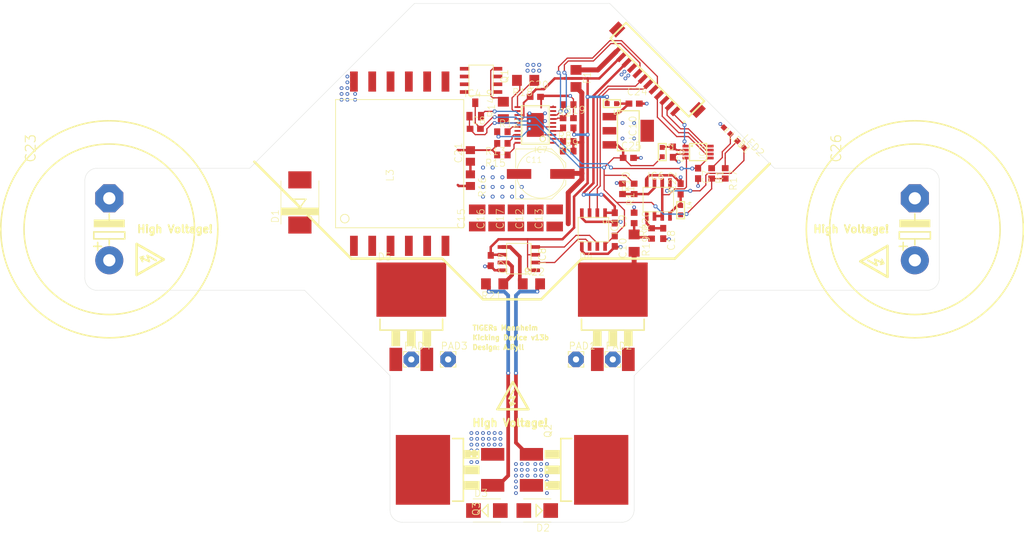
<source format=kicad_pcb>
(kicad_pcb (version 20221018) (generator pcbnew)
  (layers (0 "F.Cu" signal) (31 "B.Cu" signal) (34 "B.Paste" user) (35 "F.Paste" user) (36 "B.SilkS" user "B.Silkscreen") (37 "F.SilkS" user "F.Silkscreen") (38 "B.Mask" user) (39 "F.Mask" user) (44 "Edge.Cuts" user))
  (net 0 "")
  (net 1 "KICK-NSS")
  (net 2 "KICK-SCK")
  (net 3 "KICK-MISO")
  (net 4 "KICK-MOSI")
  (net 5 "+3V3")
  (net 6 "GND")
  (net 7 "N$185")
  (net 8 "N$190")
  (net 9 "CAP")
  (net 10 "MAIN-3V3")
  (net 11 "N$191")
  (net 12 "+12V")
  (net 13 "KICK-CHG")
  (net 14 "KICK-DIS1")
  (net 15 "KICK-DIS2")
  (net 16 "KICK-DONE")
  (net 17 "DIS1")
  (net 18 "DIS2")
  (net 19 "MAIN-VCC")
  (net 20 "VCC")
  (net 21 "DIS1-OUT")
  (net 22 "DIS2-OUT")
  (net 23 "N$196")
  (net 24 "N$199")
  (net 25 "CAP-RAW")
  (net 26 "N$198")
  (net 27 "N$200")
  (net 28 "N$201")
  (net 29 "LOUT")
  (net 30 "VCAP")
  (net 31 "VDRAIN")
  (net 32 "CSP")
  (net 33 "N$208")
  (net 34 "N$209")
  (net 35 "N$210")
  (net 36 "N$211")
  (net 37 "N$212")
  (net 38 "N$213")
  (net 39 "N$214")
  (net 40 "N$216")
  (net 41 "N$218")
  (net 42 "DIS1C")
  (net 43 "DIS2C")
  (net 44 "N$1")
  (net 45 "N$2")
  (net 46 "N$3")
  (footprint "Kicking Device v13b:2,54_1,0" (layer "F.Cu") (at 165.0111 120.8236)
    (fp_text reference "PAD2")
    (fp_text value "")
  )
  (footprint "Kicking Device v13b:C1210" (layer "F.Cu") (at 152.3111 97.6461 90)
    (fp_text reference "C12")
    (fp_text value "10u")
  )
  (footprint "Kicking Device v13b:L0603" (layer "F.Cu") (at 164.85235 78.9136 180)
    (fp_text reference "L5")
    (fp_text value "120R")
  )
  (footprint "Kicking Device v13b:R0603" (layer "F.Cu") (at 181.2036 90.3436 -90)
    (fp_text reference "R1")
    (fp_text value "1k")
  )
  (footprint "Kicking Device v13b:R0603" (layer "F.Cu") (at 157.7086 79.07235 180)
    (fp_text reference "R2")
    (fp_text value "10k")
  )
  (footprint "Kicking Device v13b:SOT223" (layer "F.Cu") (at 167.5511 83.3586 -90)
    (fp_text reference "IC10")
    (fp_text value "MCP1790")
  )
  (footprint "Kicking Device v13b:EB35D" (layer "F.Cu") (at 214.5011 99.5036 90)
    (fp_text reference "C26")
    (fp_text value "1800u")
  )
  (footprint "" (layer "F.Cu") (at 138.5011 127.5036)
    (fp_text reference "@HOLE2" hide)
    (fp_text value "")
  )
  (footprint "Kicking Device v13b:SMB" (layer "F.Cu") (at 144.3736 145.5886)
    (fp_text reference "D3")
    (fp_text value "SMBJ13CA")
  )
  (footprint "Kicking Device v13b:2,54_1,0" (layer "F.Cu") (at 158.9786 120.8236)
    (fp_text reference "PAD1")
    (fp_text value "")
  )
  (footprint "Kicking Device v13b:SMB" (layer "F.Cu") (at 152.6286 145.5886 180)
    (fp_text reference "D2")
    (fp_text value "SMBJ13CA")
  )
  (footprint "Kicking Device v13b:D2PAK" (layer "F.Cu") (at 160.5661 138.9211 -90)
    (fp_text reference "Q2")
    (fp_text value "IKB40N65ES5")
  )
  (footprint "Kicking Device v13b:MSOP8" (layer "F.Cu") (at 178.9811 86.8511 -90)
    (fp_text reference "IC3")
    (fp_text value "ADC122S051")
  )
  (footprint "Kicking Device v13b:R1206" (layer "F.Cu") (at 150.7236 75.1036 180)
    (fp_text reference "R18")
    (fp_text value "0R008")
  )
  (footprint "Kicking Device v13b:C0603" (layer "F.Cu") (at 157.7086 81.29485)
    (fp_text reference "C19")
    (fp_text value "100n")
  )
  (footprint "Kicking Device v13b:C0603" (layer "F.Cu") (at 178.9811 90.3436 -90)
    (fp_text reference "C7")
    (fp_text value "100n")
  )
  (footprint "Kicking Device v13b:C1210" (layer "F.Cu") (at 149.1361 97.6461 90)
    (fp_text reference "C17")
    (fp_text value "10u")
  )
  (footprint "Kicking Device v13b:R1206" (layer "F.Cu") (at 147.07235 80.02485 90)
    (fp_text reference "R14")
    (fp_text value "0")
  )
  (footprint "Kicking Device v13b:D2PAK" (layer "F.Cu") (at 165.0111 111.9336)
    (fp_text reference "D4")
    (fp_text value "MBRB40250TG")
  )
  (footprint "Kicking Device v13b:CHIP-LED0603" (layer "F.Cu") (at 185.9661 85.5811 -135)
    (fp_text reference "LED2")
    (fp_text value "rd")
  )
  (footprint "Kicking Device v13b:D2PAK" (layer "F.Cu") (at 136.4361 138.9211 90)
    (fp_text reference "Q3")
    (fp_text value "IKB40N65ES5")
  )
  (footprint "Kicking Device v13b:SOT23" (layer "F.Cu") (at 142.4686 79.8661)
    (fp_text reference "IC4")
    (fp_text value "MCP9701A")
  )
  (footprint "Kicking Device v13b:C0603" (layer "F.Cu") (at 168.5036 78.9136)
    (fp_text reference "C24")
    (fp_text value "10u")
  )
  (footprint "Kicking Device v13b:C0603" (layer "F.Cu") (at 165.3286 101.4561 -90)
    (fp_text reference "C10")
    (fp_text value "100n")
  )
  (footprint "Kicking Device v13b:SOIC8N" (layer "F.Cu") (at 172.47235 94.62985 -90)
    (fp_text reference "IC6")
    (fp_text value "MCP6002")
  )
  (footprint "Kicking Device v13b:C0603" (layer "F.Cu") (at 176.1236 92.8836 90)
    (fp_text reference "C22")
    (fp_text value "100n")
  )
  (footprint "Kicking Device v13b:C0603" (layer "F.Cu") (at 167.5511 87.8036)
    (fp_text reference "C25")
    (fp_text value "10u")
  )
  (footprint "Kicking Device v13b:R0603" (layer "F.Cu") (at 166.5986 92.8836 -90)
    (fp_text reference "R11")
    (fp_text value "10k")
  )
  (footprint "Kicking Device v13b:C0603" (layer "F.Cu") (at 152.3111 77.80235)
    (fp_text reference "C20")
    (fp_text value "10u")
  )
  (footprint "Kicking Device v13b:D2PAK" (layer "F.Cu") (at 131.9911 111.9336)
    (fp_text reference "D5")
    (fp_text value "MBRB40250TG")
  )
  (footprint "Kicking Device v13b:SMC" (layer "F.Cu") (at 113.73485 95.1061 90)
    (fp_text reference "D1")
    (fp_text value "ES3J")
  )
  (footprint "Kicking Device v13b:C0603" (layer "F.Cu") (at 142.4686 83.0411)
    (fp_text reference "C8")
    (fp_text value "100n")
  )
  (footprint "Kicking Device v13b:TSSOP20P" (layer "F.Cu") (at 152.3111 82.4061 90)
    (fp_text reference "IC7")
    (fp_text value "LT3751FE")
  )
  (footprint "" (layer "F.Cu") (at 158.5011 127.5036)
    (fp_text reference "@HOLE3" hide)
    (fp_text value "")
  )
  (footprint "Kicking Device v13b:R0603" (layer "F.Cu") (at 146.9136 83.51735)
    (fp_text reference "R12")
    (fp_text value "1k")
  )
  (footprint "Kicking Device v13b:R0603" (layer "F.Cu") (at 157.7086 82.88235 180)
    (fp_text reference "R8")
    (fp_text value "133k")
  )
  (footprint "Kicking Device v13b:1206" (layer "F.Cu") (at 158.9786 74.7861 -90)
    (fp_text reference "F1")
    (fp_text value "8A slow")
  )
  (footprint "Kicking Device v13b:C0603" (layer "F.Cu") (at 174.8536 86.8511 -90)
    (fp_text reference "C6")
    (fp_text value "100n")
  )
  (footprint "Kicking Device v13b:R1206" (layer "F.Cu") (at 145.6436 108.4411 180)
    (fp_text reference "R21")
    (fp_text value "10")
  )
  (footprint "Kicking Device v13b:R0603" (layer "F.Cu") (at 146.9136 87.32735 180)
    (fp_text reference "R15")
    (fp_text value "10k")
  )
  (footprint "Kicking Device v13b:DF13C-12P-1.25V" (layer "F.Cu") (at 171.0436 74.62735 135)
    (fp_text reference "X1" hide)
    (fp_text value "DF13-12P-1.25V" hide)
  )
  (footprint "Kicking Device v13b:C1210" (layer "F.Cu") (at 155.4861 97.6461 90)
    (fp_text reference "C13")
    (fp_text value "10u")
  )
  (footprint "Kicking Device v13b:R0603" (layer "F.Cu") (at 157.7086 86.69235)
    (fp_text reference "R9")
    (fp_text value "24k9")
  )
  (footprint "Kicking Device v13b:R0603" (layer "F.Cu") (at 168.5036 97.6461 -90)
    (fp_text reference "R20")
    (fp_text value "133k")
  )
  (footprint "Kicking Device v13b:R0603" (layer "F.Cu") (at 168.5036 92.8836 90)
    (fp_text reference "R10")
    (fp_text value "133k")
  )
  (footprint "Kicking Device v13b:SOIC8N" (layer "F.Cu") (at 143.4211 75.1036 180)
    (fp_text reference "Q1")
    (fp_text value "FDS2582")
  )
  (footprint "Kicking Device v13b:SOIC8N" (layer "F.Cu") (at 149.61235 104.3136 180)
    (fp_text reference "IC8")
    (fp_text value "FAN3229TMX")
  )
  (footprint "Kicking Device v13b:R1206" (layer "F.Cu") (at 151.6761 108.4411)
    (fp_text reference "R22")
    (fp_text value "10")
  )
  (footprint "Kicking Device v13b:SOIC8N" (layer "F.Cu") (at 161.8361 99.5511 -90)
    (fp_text reference "IC1")
    (fp_text value "SI8620EC-B-IS")
  )
  (footprint "Kicking Device v13b:L0603" (layer "F.Cu") (at 173.10735 86.8511 -90)
    (fp_text reference "L2")
    (fp_text value "120R")
  )
  (footprint "Kicking Device v13b:R0603" (layer "F.Cu") (at 171.3611 100.1861 90)
    (fp_text reference "R4")
    (fp_text value "1k")
  )
  (footprint "" (layer "F.Cu") (at 138.5011 67.5036)
    (fp_text reference "@HOLE0" hide)
    (fp_text value "")
  )
  (footprint "Kicking Device v13b:C0603" (layer "F.Cu") (at 145.0086 104.6311 -90)
    (fp_text reference "C27")
    (fp_text value "100n")
  )
  (footprint "Kicking Device v13b:R0603" (layer "F.Cu") (at 157.7086 85.10485 180)
    (fp_text reference "R6")
    (fp_text value "133k")
  )
  (footprint "Kicking Device v13b:C1210" (layer "F.Cu") (at 145.9611 97.6461 90)
    (fp_text reference "C16")
    (fp_text value "10u")
  )
  (footprint "Kicking Device v13b:R0603" (layer "F.Cu") (at 183.4261 90.3436 -90)
    (fp_text reference "R17")
    (fp_text value "1k")
  )
  (footprint "Kicking Device v13b:EB35D" (layer "F.Cu") (at 82.5011 99.5036 90)
    (fp_text reference "C23")
    (fp_text value "1800u")
  )
  (footprint "Kicking Device v13b:L0603" (layer "F.Cu") (at 176.1236 96.3761 -90)
    (fp_text reference "L4")
    (fp_text value "120R")
  )
  (footprint "Kicking Device v13b:C0603" (layer "F.Cu") (at 165.3286 97.6461 -90)
    (fp_text reference "C9")
    (fp_text value "100n")
  )
  (footprint "Kicking Device v13b:R0603" (layer "F.Cu") (at 146.9136 85.42235 180)
    (fp_text reference "R13")
    (fp_text value "24k9")
  )
  (footprint "Kicking Device v13b:C1210" (layer "F.Cu") (at 142.7861 97.6461 90)
    (fp_text reference "C15")
    (fp_text value "10u")
  )
  (footprint "Kicking Device v13b:PANASONIC_F" (layer "F.Cu") (at 153.197843 90.436594)
    (fp_text reference "C11")
    (fp_text value "220u")
  )
  (footprint "Kicking Device v13b:2,54_1,0" (layer "F.Cu") (at 131.9911 120.8236)
    (fp_text reference "PAD4")
    (fp_text value "")
  )
  (footprint "Kicking Device v13b:2,54_1,0" (layer "F.Cu") (at 138.0236 120.8236)
    (fp_text reference "PAD3")
    (fp_text value "")
  )
  (footprint "Kicking Device v13b:R1206" (layer "F.Cu") (at 168.5036 101.7736 -90)
    (fp_text reference "R19")
    (fp_text value "10M 0.5%")
  )
  (footprint "" (layer "F.Cu") (at 158.5011 67.5036)
    (fp_text reference "@HOLE1" hide)
    (fp_text value "")
  )
  (footprint "Kicking Device v13b:CHIP-LED0603" (layer "F.Cu") (at 183.7436 83.3586 45)
    (fp_text reference "LED1")
    (fp_text value "gr")
  )
  (footprint "Kicking Device v13b:DA2034-AL" (layer "F.Cu") (at 130.0861 88.7561 90)
    (fp_text reference "L3")
    (fp_text value "DA2034-AL")
  )
  (footprint "Kicking Device v13b:R0805" (layer "F.Cu") (at 141.67485 91.45485 -90)
    (fp_text reference "R16")
    (fp_text value "DNP")
  )
  (footprint "Kicking Device v13b:C0603" (layer "F.Cu") (at 173.2661 100.1861 -90)
    (fp_text reference "C18")
    (fp_text value "100n")
  )
  (footprint "Kicking Device v13b:C0805" (layer "F.Cu") (at 141.67485 87.4861 90)
    (fp_text reference "C21")
    (fp_text value "DNP")
  )
  (gr_line (start 87.621725 104.1336) (end 88.097925 103.9749) (stroke (width 0.3048)) (layer "F.SilkS"))
  (gr_line (start 148.6386 124.552975) (end 146.0986 128.997975) (stroke (width 0.4064)) (layer "F.SilkS"))
  (gr_line (start 88.733025 103.8161) (end 89.050525 104.7686) (stroke (width 0.3048)) (layer "F.SilkS"))
  (gr_line (start 148.0036 127.251675) (end 148.9561 126.934175) (stroke (width 0.3048)) (layer "F.SilkS"))
  (gr_line (start 148.9561 126.934175) (end 148.3211 128.362975) (stroke (width 0.3048)) (layer "F.SilkS"))
  (gr_line (start 159.9311 104.3136) (end 153.2636 110.9811) (stroke (width 0.4064)) (layer "F.SilkS"))
  (gr_line (start 86.986725 101.9111) (end 86.986725 106.9911) (stroke (width 0.4064)) (layer "F.SilkS"))
  (gr_line (start 148.7974 125.822975) (end 148.0036 127.251675) (stroke (width 0.3048)) (layer "F.SilkS"))
  (gr_line (start 91.431725 104.4511) (end 86.986725 101.9111) (stroke (width 0.4064)) (layer "F.SilkS"))
  (gr_line (start 91.431725 104.4511) (end 86.986725 106.9911) (stroke (width 0.4064)) (layer "F.SilkS"))
  (gr_line (start 209.380475 105.0836) (end 209.062975 104.4486) (stroke (width 0.3048)) (layer "F.SilkS"))
  (gr_line (start 175.1711 104.3136) (end 160.5661 104.3136) (stroke (width 0.4064)) (layer "F.SilkS"))
  (gr_line (start 148.3211 128.362975) (end 148.1624 127.886775) (stroke (width 0.3048)) (layer "F.SilkS"))
  (gr_line (start 153.2636 110.9811) (end 143.7386 110.9811) (stroke (width 0.4064)) (layer "F.SilkS"))
  (gr_line (start 87.621725 104.1336) (end 87.939225 104.7686) (stroke (width 0.3048)) (layer "F.SilkS"))
  (gr_line (start 148.6386 124.552975) (end 151.1786 128.997975) (stroke (width 0.4064)) (layer "F.SilkS"))
  (gr_line (start 122.1486 104.3136) (end 106.2736 88.4386) (stroke (width 0.4064)) (layer "F.SilkS"))
  (gr_line (start 209.380475 105.0836) (end 208.904275 105.2423) (stroke (width 0.3048)) (layer "F.SilkS"))
  (gr_line (start 206.840475 104.6073) (end 208.269175 105.4011) (stroke (width 0.3048)) (layer "F.SilkS"))
  (gr_line (start 137.0711 104.3136) (end 122.1486 104.3136) (stroke (width 0.4064)) (layer "F.SilkS"))
  (gr_line (start 143.7386 110.9811) (end 137.0711 104.3136) (stroke (width 0.4064)) (layer "F.SilkS"))
  (gr_line (start 148.3211 128.362975) (end 148.9561 128.045475) (stroke (width 0.3048)) (layer "F.SilkS"))
  (gr_line (start 190.7286 88.7561) (end 175.1711 104.3136) (stroke (width 0.4064)) (layer "F.SilkS"))
  (gr_line (start 205.570475 104.7661) (end 210.015475 107.3061) (stroke (width 0.4064)) (layer "F.SilkS"))
  (gr_line (start 205.570475 104.7661) (end 210.015475 102.2261) (stroke (width 0.4064)) (layer "F.SilkS"))
  (gr_line (start 160.5661 104.3136) (end 159.9311 104.3136) (stroke (width 0.4064)) (layer "F.SilkS"))
  (gr_line (start 90.161725 104.6099) (end 88.733025 103.8161) (stroke (width 0.3048)) (layer "F.SilkS"))
  (gr_line (start 208.269175 105.4011) (end 207.951675 104.4486) (stroke (width 0.3048)) (layer "F.SilkS"))
  (gr_line (start 146.0986 128.997975) (end 151.1786 128.997975) (stroke (width 0.4064)) (layer "F.SilkS"))
  (gr_line (start 207.951675 104.4486) (end 209.380475 105.0836) (stroke (width 0.3048)) (layer "F.SilkS"))
  (gr_line (start 210.015475 107.3061) (end 210.015475 102.2261) (stroke (width 0.4064)) (layer "F.SilkS"))
  (gr_line (start 89.050525 104.7686) (end 87.621725 104.1336) (stroke (width 0.3048)) (layer "F.SilkS"))
  (gr_arc (start 130.5011 147.5036) (mid 129.086886 146.917814) (end 128.5011 145.5036) (stroke (width 0.05)) (layer "Edge.Cuts"))
  (gr_line (start 132.5011 62.5036) (end 164.5011 62.5036) (stroke (width 0.05)) (layer "Edge.Cuts"))
  (gr_arc (start 80.5011 109.5036) (mid 79.086886 108.917814) (end 78.5011 107.5036) (stroke (width 0.05)) (layer "Edge.Cuts"))
  (gr_line (start 218.5011 91.5036) (end 218.5011 107.5036) (stroke (width 0.05)) (layer "Edge.Cuts"))
  (gr_arc (start 78.5011 91.5036) (mid 79.086886 90.089386) (end 80.5011 89.5036) (stroke (width 0.05)) (layer "Edge.Cuts"))
  (gr_line (start 114.5011 109.5036) (end 128.5011 123.5036) (stroke (width 0.05)) (layer "Edge.Cuts"))
  (gr_line (start 182.5011 109.5036) (end 168.5011 123.5036) (stroke (width 0.05)) (layer "Edge.Cuts"))
  (gr_line (start 164.5011 62.5036) (end 191.5011 89.5036) (stroke (width 0.05)) (layer "Edge.Cuts"))
  (gr_line (start 191.5011 89.5036) (end 216.5011 89.5036) (stroke (width 0.05)) (layer "Edge.Cuts"))
  (gr_line (start 216.5011 109.5036) (end 182.5011 109.5036) (stroke (width 0.05)) (layer "Edge.Cuts"))
  (gr_line (start 105.5011 89.5036) (end 80.5011 89.5036) (stroke (width 0.05)) (layer "Edge.Cuts"))
  (gr_arc (start 168.5011 145.5036) (mid 167.915314 146.917814) (end 166.5011 147.5036) (stroke (width 0.05)) (layer "Edge.Cuts"))
  (gr_line (start 128.5011 123.5036) (end 128.5011 145.5036) (stroke (width 0.05)) (layer "Edge.Cuts"))
  (gr_line (start 130.5011 147.5036) (end 166.5011 147.5036) (stroke (width 0.05)) (layer "Edge.Cuts"))
  (gr_line (start 168.5011 145.5036) (end 168.5011 123.5036) (stroke (width 0.05)) (layer "Edge.Cuts"))
  (gr_arc (start 216.5011 89.5036) (mid 217.915314 90.089386) (end 218.5011 91.5036) (stroke (width 0.05)) (layer "Edge.Cuts"))
  (gr_line (start 80.5011 109.5036) (end 114.5011 109.5036) (stroke (width 0.05)) (layer "Edge.Cuts"))
  (gr_arc (start 218.5011 107.5036) (mid 217.915314 108.917814) (end 216.5011 109.5036) (stroke (width 0.05)) (layer "Edge.Cuts"))
  (gr_line (start 132.5011 62.5036) (end 105.5011 89.5036) (stroke (width 0.05)) (layer "Edge.Cuts"))
  (gr_line (start 78.5011 91.5036) (end 78.5011 107.5036) (stroke (width 0.05)) (layer "Edge.Cuts"))
  (gr_text "TIGERs Mannheim" (at 141.912975 116.140475) (layer "F.SilkS") (effects (font (size 0.8128 0.8128) (thickness 0.2032)) (justify left bottom)))
  (gr_text "High Voltage!" (at 141.8336 131.9361) (layer "F.SilkS") (effects (font (size 1.2192 1.2192) (thickness 0.3048)) (justify left bottom)))
  (gr_text "High Voltage!" (at 86.9061 100.1861) (layer "F.SilkS") (effects (font (size 1.2192 1.2192) (thickness 0.3048)) (justify left bottom)))
  (gr_text "Design: A.Ryll" (at 141.912975 119.315475) (layer "F.SilkS") (effects (font (size 0.8128 0.8128) (thickness 0.2032)) (justify left bottom)))
  (gr_text "Kicking Device v13b" (at 141.912975 117.727975) (layer "F.SilkS") (effects (font (size 0.8128 0.8128) (thickness 0.2032)) (justify left bottom)))
  (gr_text "High Voltage!" (at 197.7136 100.1861) (layer "F.SilkS") (effects (font (size 1.2192 1.2192) (thickness 0.3048)) (justify left bottom)))
  (segment (start 174.8536 80.5011) (end 175.229593 80.125107) (width 0.2032) (layer "F.Cu") (net 1))
  (segment (start 175.229593 80.125107) (end 175.268562 80.125107) (width 0.2032) (layer "F.Cu") (net 1))
  (segment (start 176.7586 85.7036) (end 176.7586 85.10485) (width 0.2032) (layer "F.Cu") (net 1))
  (segment (start 176.9311 85.8761) (end 176.7586 85.7036) (width 0.2032) (layer "F.Cu") (net 1))
  (segment (start 176.7586 82.4061) (end 174.8536 80.5011) (width 0.2032) (layer "F.Cu") (net 1))
  (via (at 176.7586 85.10485) (size 0.65) (drill 0.35) (layers "F.Cu" "B.Cu") (net 1))
  (via (at 176.7586 82.4061) (size 0.65) (drill 0.35) (layers "F.Cu" "B.Cu") (net 1))
  (segment (start 176.7586 85.10485) (end 176.7586 82.4061) (width 0.2032) (layer "B.Cu") (net 1))
  (segment (start 173.9011 80.8186) (end 176.1236 83.0411) (width 0.2032) (layer "F.Cu") (net 2))
  (segment (start 174.384678 79.241222) (end 173.9011 79.7248) (width 0.2032) (layer "F.Cu") (net 2))
  (segment (start 180.2511 85.8986) (end 181.0086 85.8986) (width 0.2032) (layer "F.Cu") (net 2))
  (segment (start 173.9011 79.7248) (end 173.9011 80.8186) (width 0.2032) (layer "F.Cu") (net 2))
  (segment (start 181.0086 85.8986) (end 181.0311 85.8761) (width 0.2032) (layer "F.Cu") (net 2))
  (segment (start 177.3936 83.0411) (end 180.2511 85.8986) (width 0.2032) (layer "F.Cu") (net 2))
  (segment (start 176.1236 83.0411) (end 177.3936 83.0411) (width 0.2032) (layer "F.Cu") (net 2))
  (segment (start 173.10735 78.750785) (end 173.500793 78.357341) (width 0.2032) (layer "F.Cu") (net 3))
  (segment (start 180.2436 86.5261) (end 177.3936 83.6761) (width 0.2032) (layer "F.Cu") (net 3))
  (segment (start 181.0311 86.5261) (end 180.2436 86.5261) (width 0.2032) (layer "F.Cu") (net 3))
  (segment (start 175.8061 83.6761) (end 173.10735 80.97735) (width 0.2032) (layer "F.Cu") (net 3))
  (segment (start 173.10735 80.97735) (end 173.10735 78.750785) (width 0.2032) (layer "F.Cu") (net 3))
  (segment (start 177.3936 83.6761) (end 175.8061 83.6761) (width 0.2032) (layer "F.Cu") (net 3))
  (segment (start 181.0236 87.1686) (end 181.0311 87.1761) (width 0.2032) (layer "F.Cu") (net 4))
  (segment (start 172.3136 77.776769) (end 172.3136 81.1361) (width 0.2032) (layer "F.Cu") (net 4))
  (segment (start 175.4886 84.3111) (end 177.3936 84.3111) (width 0.2032) (layer "F.Cu") (net 4))
  (segment (start 180.2511 87.1686) (end 181.0236 87.1686) (width 0.2032) (layer "F.Cu") (net 4))
  (segment (start 172.3136 77.776769) (end 172.616912 77.473457) (width 0.1524) (layer "F.Cu") (net 4))
  (segment (start 172.3136 81.1361) (end 175.4886 84.3111) (width 0.2032) (layer "F.Cu") (net 4))
  (segment (start 177.3936 84.3111) (end 180.2511 87.1686) (width 0.2032) (layer "F.Cu") (net 4))
  (segment (start 172.616912 77.473457) (end 172.3136 77.776769) (width 0.2032) (layer "F.Cu") (net 4))
  (segment (start 163.7411 102.0911) (end 165.2261 100.6061) (width 0.2032) (layer "F.Cu") (net 5))
  (segment (start 176.2506 97.0111) (end 177.0761 97.0111) (width 0.2032) (layer "F.Cu") (net 5))
  (segment (start 181.2036 91.1936) (end 183.4261 91.1936) (width 0.2032) (layer "F.Cu") (net 5))
  (segment (start 167.1311 90.6611) (end 163.58235 90.6611) (width 0.2032) (layer "F.Cu") (net 5))
  (segment (start 141.6186 83.0411) (end 141.6186 83.1436) (width 0.2032) (layer "F.Cu") (net 5))
  (segment (start 141.6186 83.1436) (end 142.4686 83.9936) (width 0.2032) (layer "F.Cu") (net 5))
  (segment (start 141.5186 82.9411) (end 141.6186 83.0411) (width 0.1524) (layer "F.Cu") (net 5))
  (segment (start 177.0761 97.0111) (end 181.2036 92.8836) (width 0.2032) (layer "F.Cu") (net 5))
  (segment (start 163.58235 93.04235) (end 163.58235 90.6611) (width 0.2032) (layer "F.Cu") (net 5))
  (segment (start 176.1236 97.1381) (end 176.2506 97.0111) (width 0.2032) (layer "F.Cu") (net 5))
  (segment (start 165.3286 100.5036) (end 166.9161 98.9161) (width 0.2032) (layer "F.Cu") (net 5))
  (segment (start 165.6461 95.1061) (end 163.58235 93.04235) (width 0.2032) (layer "F.Cu") (net 5))
  (segment (start 165.3286 100.6061) (end 165.3286 100.5036) (width 0.2032) (layer "F.Cu") (net 5))
  (segment (start 163.58235 90.6611) (end 163.58235 89.3911) (width 0.2032) (layer "F.Cu") (net 5))
  (segment (start 166.7011 87.8036) (end 165.16985 87.8036) (width 0.2032) (layer "F.Cu") (net 5))
  (segment (start 144.0561 83.9936) (end 144.3736 83.6761) (width 0.2032) (layer "F.Cu") (net 5))
  (segment (start 142.4686 83.9936) (end 144.0561 83.9936) (width 0.2032) (layer "F.Cu") (net 5))
  (segment (start 144.3736 83.6761) (end 144.3736 83.0411) (width 0.2032) (layer "F.Cu") (net 5))
  (segment (start 167.9711 89.0736) (end 166.7011 87.8036) (width 0.2032) (layer "F.Cu") (net 5))
  (segment (start 171.64685 89.0736) (end 167.9711 89.0736) (width 0.2032) (layer "F.Cu") (net 5))
  (segment (start 165.7346 85.6696) (end 166.7011 86.6361) (width 0.4064) (layer "F.Cu") (net 5))
  (segment (start 165.16985 87.8036) (end 163.58235 89.3911) (width 0.2032) (layer "F.Cu") (net 5))
  (segment (start 166.9161 98.9161) (end 166.9161 96.3761) (width 0.2032) (layer "F.Cu") (net 5))
  (segment (start 145.3261 82.0886) (end 145.6436 82.0886) (width 0.2032) (layer "F.Cu") (net 5))
  (segment (start 173.10735 87.6131) (end 171.64685 89.0736) (width 0.2032) (layer "F.Cu") (net 5))
  (segment (start 181.2036 92.8836) (end 181.2036 91.1936) (width 0.2032) (layer "F.Cu") (net 5))
  (segment (start 144.3736 83.0411) (end 145.3261 82.0886) (width 0.2032) (layer "F.Cu") (net 5))
  (segment (start 141.5186 80.9661) (end 141.5186 82.9411) (width 0.2032) (layer "F.Cu") (net 5))
  (segment (start 173.10735 87.6131) (end 172.98035 87.4861) (width 0.4064) (layer "F.Cu") (net 5))
  (segment (start 163.7411 102.2511) (end 163.7411 102.0911) (width 0.2032) (layer "F.Cu") (net 5))
  (segment (start 141.5186 82.9411) (end 141.6186 83.0411) (width 0.2032) (layer "F.Cu") (net 5))
  (segment (start 166.9161 96.3761) (end 165.6461 95.1061) (width 0.2032) (layer "F.Cu") (net 5))
  (segment (start 164.4521 85.6696) (end 165.7346 85.6696) (width 0.4064) (layer "F.Cu") (net 5))
  (segment (start 168.5036 92.0336) (end 167.1311 90.6611) (width 0.2032) (layer "F.Cu") (net 5))
  (segment (start 171.3611 95.1061) (end 165.6461 95.1061) (width 0.2032) (layer "F.Cu") (net 5))
  (segment (start 171.9961 95.7411) (end 171.3611 95.1061) (width 0.2032) (layer "F.Cu") (net 5))
  (segment (start 165.2261 100.6061) (end 165.3286 100.6061) (width 0.2032) (layer "F.Cu") (net 5))
  (segment (start 166.7011 86.6361) (end 166.7011 87.8036) (width 0.4064) (layer "F.Cu") (net 5))
  (via (at 145.6436 82.0886) (size 0.65) (drill 0.35) (layers "F.Cu" "B.Cu") (net 5))
  (via (at 171.9961 95.7411) (size 0.65) (drill 0.35) (layers "F.Cu" "B.Cu") (net 5))
  (via (at 163.58235 89.3911) (size 0.65) (drill 0.35) (layers "F.Cu" "B.Cu") (net 5))
  (via (at 177.0761 97.0111) (size 0.65) (drill 0.35) (layers "F.Cu" "B.Cu") (net 5))
  (segment (start 163.58235 89.3911) (end 159.6136 89.3911) (width 0.2032) (layer "B.Cu") (net 5))
  (segment (start 159.6136 89.3911) (end 152.6286 82.4061) (width 0.2032) (layer "B.Cu") (net 5))
  (segment (start 145.6436 82.0886) (end 149.1361 82.0886) (width 0.2032) (layer "B.Cu") (net 5))
  (segment (start 177.0761 97.0111) (end 173.2661 97.0111) (width 0.2032) (layer "B.Cu") (net 5))
  (segment (start 149.4536 82.4061) (end 152.6286 82.4061) (width 0.2032) (layer "B.Cu") (net 5))
  (segment (start 173.2661 97.0111) (end 171.9961 95.7411) (width 0.2032) (layer "B.Cu") (net 5))
  (segment (start 149.1361 82.0886) (end 149.4536 82.4061) (width 0.2032) (layer "B.Cu") (net 5))
  (segment (start 146.0636 84.0961) (end 146.2786 84.3111) (width 0.2032) (layer "F.Cu") (net 6))
  (segment (start 155.2289 82.7311) (end 153.9061 82.7311) (width 0.2032) (layer "F.Cu") (net 6))
  (segment (start 146.0636 83.51735) (end 146.0636 84.0961) (width 0.2032) (layer "F.Cu") (net 6))
  (segment (start 174.8536 90.6611) (end 176.1236 91.9311) (width 0.4064) (layer "F.Cu") (net 6))
  (segment (start 144.761144 105.5836) (end 144.761144 105.5836) (width 0.4064) (layer "F.Cu") (net 6))
  (segment (start 165.1136 98.2811) (end 165.3286 98.4961) (width 0.4064) (layer "F.Cu") (net 6))
  (segment (start 158.5586 78.1761) (end 158.5586 79.07235) (width 0.2032) (layer "F.Cu") (net 6))
  (segment (start 143.36985 82.98985) (end 143.6361 82.7236) (width 0.2032) (layer "F.Cu") (net 6))
  (segment (start 170.56735 91.13735) (end 171.0436 90.6611) (width 0.4064) (layer "F.Cu") (net 6))
  (segment (start 164.21735 103.51985) (end 165.3286 102.4086) (width 0.4064) (layer "F.Cu") (net 6))
  (segment (start 175.8061 88.4386) (end 175.5911 88.4386) (width 0.3048) (layer "F.Cu") (net 6))
  (segment (start 153.41985 77.6436) (end 153.1611 77.80235) (width 0.4064) (layer "F.Cu") (net 6))
  (segment (start 166.5986 92.0336) (end 166.4961 91.9311) (width 0.4064) (layer "F.Cu") (net 6))
  (segment (start 158.0261 77.6436) (end 153.41985 77.6436) (width 0.4064) (layer "F.Cu") (net 6))
  (segment (start 170.56735 91.92985) (end 170.56735 91.13735) (width 0.4064) (layer "F.Cu") (net 6))
  (segment (start 166.4961 91.9311) (end 165.6461 91.9311) (width 0.4064) (layer "F.Cu") (net 6))
  (segment (start 159.9311 97.6461) (end 160.5661 98.2811) (width 0.4064) (layer "F.Cu") (net 6))
  (segment (start 149.3933 79.4811) (end 149.3933 77.7039) (width 0.2032) (layer "F.Cu") (net 6))
  (segment (start 176.1236 91.9311) (end 176.1236 92.0336) (width 0.4064) (layer "F.Cu") (net 6))
  (segment (start 158.5586 79.07235) (end 158.5586 81.29485) (width 0.2032) (layer "F.Cu") (net 6))
  (segment (start 175.5911 88.4386) (end 174.8536 87.7011) (width 0.3048) (layer "F.Cu") (net 6))
  (segment (start 173.3686 101.1386) (end 174.2186 101.1386) (width 0.3048) (layer "F.Cu") (net 6))
  (segment (start 144.761144 105.5836) (end 145.0086 105.4811) (width 0.4064) (layer "F.Cu") (net 6))
  (segment (start 176.9311 87.1761) (end 175.4786 87.1761) (width 0.3048) (layer "F.Cu") (net 6))
  (segment (start 153.1611 77.80235) (end 153.73985 77.80235) (width 0.2032) (layer "F.Cu") (net 6))
  (segment (start 183.213268 82.828272) (end 182.63235 82.247354) (width 0.2032) (layer "F.Cu") (net 6))
  (segment (start 152.1456 75.1036) (end 151.9936 74.9516) (width 0.8128) (layer "F.Cu") (net 6))
  (segment (start 143.7386 82.7236) (end 145.3261 81.1361) (width 0.2032) (layer "F.Cu") (net 6))
  (segment (start 159.9311 96.8511) (end 159.9311 97.6461) (width 0.4064) (layer "F.Cu") (net 6))
  (segment (start 151.9936 75.1036) (end 152.1456 75.1036) (width 0.2032) (layer "F.Cu") (net 6))
  (segment (start 178.9811 92.40735) (end 178.9811 91.1936) (width 0.2032) (layer "F.Cu") (net 6))
  (segment (start 143.3186 83.0411) (end 143.36985 82.98985) (width 0.2032) (layer "F.Cu") (net 6))
  (segment (start 153.2636 77.80485) (end 153.2636 79.5486) (width 0.3048) (layer "F.Cu") (net 6))
  (segment (start 155.2289 84.0311) (end 153.9361 84.0311) (width 0.2032) (layer "F.Cu") (net 6))
  (segment (start 160.5661 98.2811) (end 165.1136 98.2811) (width 0.4064) (layer "F.Cu") (net 6))
  (segment (start 153.9061 82.7311) (end 153.8986 82.7236) (width 0.2032) (layer "F.Cu") (net 6))
  (segment (start 159.9311 102.2511) (end 159.9311 103.0436) (width 0.4064) (layer "F.Cu") (net 6))
  (segment (start 144.0561 105.5836) (end 144.761144 105.5836) (width 0.4064) (layer "F.Cu") (net 6))
  (segment (start 175.4786 87.1761) (end 174.8536 87.7011) (width 0.3048) (layer "F.Cu") (net 6))
  (segment (start 155.2289 79.2914) (end 155.2289 79.4811) (width 0.2032) (layer "F.Cu") (net 6))
  (segment (start 149.55485 90.3436) (end 149.647843 90.436594) (width 0.8128) (layer "F.Cu") (net 6))
  (segment (start 142.4686 82.0886) (end 143.36985 82.98985) (width 0.2032) (layer "F.Cu") (net 6))
  (segment (start 142.4686 78.7661) (end 142.4686 82.0886) (width 0.2032) (layer "F.Cu") (net 6))
  (segment (start 160.40735 103.51985) (end 164.21735 103.51985) (width 0.4064) (layer "F.Cu") (net 6))
  (segment (start 176.1236 90.9786) (end 176.1236 91.9311) (width 0.4064) (layer "F.Cu") (net 6))
  (segment (start 158.0261 77.6436) (end 158.5586 78.1761) (width 0.2032) (layer "F.Cu") (net 6))
  (segment (start 143.6361 82.7236) (end 143.7386 82.7236) (width 0.2032) (layer "F.Cu") (net 6))
  (segment (start 168.5036 95.89985) (end 168.5036 96.7961) (width 0.4064) (layer "F.Cu") (net 6))
  (segment (start 173.2661 101.0361) (end 173.3686 101.1386) (width 0.3048) (layer "F.Cu") (net 6))
  (segment (start 169.61485 87.8036) (end 168.4011 87.8036) (width 0.4064) (layer "F.Cu") (net 6))
  (segment (start 165.3286 102.4086) (end 165.3286 102.3061) (width 0.4064) (layer "F.Cu") (net 6))
  (segment (start 153.1611 77.80235) (end 153.2636 77.80485) (width 0.2032) (layer "F.Cu") (net 6))
  (segment (start 149.3933 77.7039) (end 151.9936 75.1036) (width 0.2032) (layer "F.Cu") (net 6))
  (segment (start 170.56735 78.9136) (end 169.3536 78.9136) (width 0.4064) (layer "F.Cu") (net 6))
  (segment (start 166.2811 102.4086) (end 165.3286 102.4086) (width 0.4064) (layer "F.Cu") (net 6))
  (segment (start 153.9361 84.0311) (end 153.8986 83.9936) (width 0.2032) (layer "F.Cu") (net 6))
  (segment (start 159.9311 103.0436) (end 160.40735 103.51985) (width 0.4064) (layer "F.Cu") (net 6))
  (segment (start 146.91235 106.2186) (end 145.6461 106.2186) (width 0.4064) (layer "F.Cu") (net 6))
  (segment (start 145.3261 81.1361) (end 145.6436 81.1361) (width 0.2032) (layer "F.Cu") (net 6))
  (segment (start 171.0436 90.6611) (end 174.8536 90.6611) (width 0.4064) (layer "F.Cu") (net 6))
  (segment (start 182.63235 82.247354) (end 182.63235 82.24735) (width 0.2032) (layer "F.Cu") (net 6))
  (segment (start 166.2811 98.2811) (end 165.1136 98.2811) (width 0.4064) (layer "F.Cu") (net 6))
  (segment (start 145.6461 106.2186) (end 145.0086 105.4811) (width 0.4064) (layer "F.Cu") (net 6))
  (via (at 166.5986 84.6286) (size 0.6048) (drill 0.3048) (layers "F.Cu" "B.Cu") (net 6))
  (via (at 142.7861 132.8886) (size 0.6048) (drill 0.3048) (layers "F.Cu" "B.Cu") (net 6))
  (via (at 178.9811 92.40735) (size 0.6048) (drill 0.3048) (layers "F.Cu" "B.Cu") (net 6))
  (via (at 154.2161 137.9686) (size 0.6048) (drill 0.3048) (layers "F.Cu" "B.Cu") (net 6))
  (via (at 120.5611 78.2786) (size 0.6048) (drill 0.3048) (layers "F.Cu" "B.Cu") (net 6))
  (via (at 166.5986 82.0886) (size 0.6048) (drill 0.3048) (layers "F.Cu" "B.Cu") (net 6))
  (via (at 145.6436 132.8886) (size 0.6048) (drill 0.3048) (layers "F.Cu" "B.Cu") (net 6))
  (via (at 151.9936 73.5161) (size 0.65) (drill 0.35) (layers "F.Cu" "B.Cu") (net 6))
  (via (at 144.6911 132.8886) (size 0.6048) (drill 0.3048) (layers "F.Cu" "B.Cu") (net 6))
  (via (at 153.2636 137.9686) (size 0.6048) (drill 0.3048) (layers "F.Cu" "B.Cu") (net 6))
  (via (at 151.0411 137.9686) (size 0.6048) (drill 0.3048) (layers "F.Cu" "B.Cu") (net 6))
  (via (at 150.0886 92.5661) (size 0.65) (drill 0.35) (layers "F.Cu" "B.Cu") (net 6))
  (via (at 168.5036 95.89985) (size 0.6048) (drill 0.3048) (layers "F.Cu" "B.Cu") (net 6))
  (via (at 169.61485 87.8036) (size 0.6048) (drill 0.3048) (layers "F.Cu" "B.Cu") (net 6))
  (via (at 149.1361 140.8261) (size 0.6048) (drill 0.3048) (layers "F.Cu" "B.Cu") (net 6))
  (via (at 150.0886 138.9211) (size 0.6048) (drill 0.3048) (layers "F.Cu" "B.Cu") (net 6))
  (via (at 143.7386 92.5661) (size 0.65) (drill 0.35) (layers "F.Cu" "B.Cu") (net 6))
  (via (at 149.1361 138.9211) (size 0.6048) (drill 0.3048) (layers "F.Cu" "B.Cu") (net 6))
  (via (at 145.6436 133.8411) (size 0.6048) (drill 0.3048) (layers "F.Cu" "B.Cu") (net 6))
  (via (at 145.6436 81.1361) (size 0.65) (drill 0.35) (layers "F.Cu" "B.Cu") (net 6))
  (via (at 152.3111 137.9686) (size 0.6048) (drill 0.3048) (layers "F.Cu" "B.Cu") (net 6))
  (via (at 167.07485 74.7861) (size 0.6048) (drill 0.3048) (layers "F.Cu" "B.Cu") (net 6))
  (via (at 141.8336 133.8411) (size 0.6048) (drill 0.3048) (layers "F.Cu" "B.Cu") (net 6))
  (via (at 154.2161 142.7311) (size 0.6048) (drill 0.3048) (layers "F.Cu" "B.Cu") (net 6))
  (via (at 121.5136 78.2786) (size 0.6048) (drill 0.3048) (layers "F.Cu" "B.Cu") (net 6))
  (via (at 120.5611 77.3261) (size 0.6048) (drill 0.3048) (layers "F.Cu" "B.Cu") (net 6))
  (via (at 142.7861 134.7936) (size 0.6048) (drill 0.3048) (layers "F.Cu" "B.Cu") (net 6))
  (via (at 142.7861 136.6986) (size 0.6048) (drill 0.3048) (layers "F.Cu" "B.Cu") (net 6))
  (via (at 151.0411 138.9211) (size 0.6048) (drill 0.3048) (layers "F.Cu" "B.Cu") (net 6))
  (via (at 122.7836 77.3261) (size 0.6048) (drill 0.3048) (layers "F.Cu" "B.Cu") (net 6))
  (via (at 151.3586 80.5011) (size 0.6048) (drill 0.3048) (layers "F.Cu" "B.Cu") (net 6))
  (via (at 144.0561 105.5836) (size 0.6048) (drill 0.3048) (layers "F.Cu" "B.Cu") (net 6))
  (via (at 166.2811 98.2811) (size 0.65) (drill 0.35) (layers "F.Cu" "B.Cu") (net 6))
  (via (at 142.7861 137.6511) (size 0.6048) (drill 0.3048) (layers "F.Cu" "B.Cu") (net 6))
  (via (at 151.9936 72.5636) (size 0.65) (drill 0.35) (layers "F.Cu" "B.Cu") (net 6))
  (via (at 121.5136 76.3736) (size 0.6048) (drill 0.3048) (layers "F.Cu" "B.Cu") (net 6))
  (via (at 151.0411 72.5636) (size 0.65) (drill 0.35) (layers "F.Cu" "B.Cu") (net 6))
  (via (at 145.3261 94.1536) (size 0.65) (drill 0.35) (layers "F.Cu" "B.Cu") (net 6))
  (via (at 176.1236 90.9786) (size 0.6048) (drill 0.3048) (layers "F.Cu" "B.Cu") (net 6))
  (via (at 153.8986 80.5011) (size 0.6048) (drill 0.3048) (layers "F.Cu" "B.Cu") (net 6))
  (via (at 166.43985 74.1511) (size 0.6048) (drill 0.3048) (layers "F.Cu" "B.Cu") (net 6))
  (via (at 148.5011 92.5661) (size 0.65) (drill 0.35) (layers "F.Cu" "B.Cu") (net 6))
  (via (at 150.0886 94.1536) (size 0.65) (drill 0.35) (layers "F.Cu" "B.Cu") (net 6))
  (via (at 166.2811 102.4086) (size 0.65) (drill 0.35) (layers "F.Cu" "B.Cu") (net 6))
  (via (at 146.9136 94.1536) (size 0.65) (drill 0.35) (layers "F.Cu" "B.Cu") (net 6))
  (via (at 166.9161 73.67485) (size 0.6048) (drill 0.3048) (layers "F.Cu" "B.Cu") (net 6))
  (via (at 151.0411 73.5161) (size 0.65) (drill 0.35) (layers "F.Cu" "B.Cu") (net 6))
  (via (at 149.1361 137.9686) (size 0.6048) (drill 0.3048) (layers "F.Cu" "B.Cu") (net 6))
  (via (at 151.0411 139.8736) (size 0.6048) (drill 0.3048) (layers "F.Cu" "B.Cu") (net 6))
  (via (at 144.6911 134.7936) (size 0.6048) (drill 0.3048) (layers "F.Cu" "B.Cu") (net 6))
  (via (at 146.9136 92.5661) (size 0.65) (drill 0.35) (layers "F.Cu" "B.Cu") (net 6))
  (via (at 174.2186 101.1386) (size 0.6048) (drill 0.3048) (layers "F.Cu" "B.Cu") (net 6))
  (via (at 149.1361 141.7786) (size 0.6048) (drill 0.3048) (layers "F.Cu" "B.Cu") (net 6))
  (via (at 154.2161 141.7786) (size 0.6048) (drill 0.3048) (layers "F.Cu" "B.Cu") (net 6))
  (via (at 121.5136 74.4686) (size 0.6048) (drill 0.3048) (layers "F.Cu" "B.Cu") (net 6))
  (via (at 153.2636 138.9211) (size 0.6048) (drill 0.3048) (layers "F.Cu" "B.Cu") (net 6))
  (via (at 168.5036 84.6286) (size 0.6048) (drill 0.3048) (layers "F.Cu" "B.Cu") (net 6))
  (via (at 148.5011 94.1536) (size 0.65) (drill 0.35) (layers "F.Cu" "B.Cu") (net 6))
  (via (at 143.7386 89.3911) (size 0.65) (drill 0.35) (layers "F.Cu" "B.Cu") (net 6))
  (via (at 146.2786 84.3111) (size 0.65) (drill 0.35) (layers "F.Cu" "B.Cu") (net 6))
  (via (at 158.0261 77.6436) (size 0.6048) (drill 0.3048) (layers "F.Cu" "B.Cu") (net 6))
  (via (at 151.3586 81.7711) (size 0.6048) (drill 0.3048) (layers "F.Cu" "B.Cu") (net 6))
  (via (at 165.6461 91.9311) (size 0.6048) (drill 0.3048) (layers "F.Cu" "B.Cu") (net 6))
  (via (at 151.3586 83.0411) (size 0.6048) (drill 0.3048) (layers "F.Cu" "B.Cu") (net 6))
  (via (at 143.7386 94.1536) (size 0.65) (drill 0.35) (layers "F.Cu" "B.Cu") (net 6))
  (via (at 141.8336 135.7461) (size 0.6048) (drill 0.3048) (layers "F.Cu" "B.Cu") (net 6))
  (via (at 121.5136 77.3261) (size 0.6048) (drill 0.3048) (layers "F.Cu" "B.Cu") (net 6))
  (via (at 146.5961 133.8411) (size 0.6048) (drill 0.3048) (layers "F.Cu" "B.Cu") (net 6))
  (via (at 149.1361 139.8736) (size 0.6048) (drill 0.3048) (layers "F.Cu" "B.Cu") (net 6))
  (via (at 146.5961 132.8886) (size 0.6048) (drill 0.3048) (layers "F.Cu" "B.Cu") (net 6))
  (via (at 149.1361 142.7311) (size 0.6048) (drill 0.3048) (layers "F.Cu" "B.Cu") (net 6))
  (via (at 170.56735 78.9136) (size 0.6048) (drill 0.3048) (layers "F.Cu" "B.Cu") (net 6))
  (via (at 152.9461 72.5636) (size 0.65) (drill 0.35) (layers "F.Cu" "B.Cu") (net 6))
  (via (at 175.8061 88.4386) (size 0.6048) (drill 0.3048) (layers "F.Cu" "B.Cu") (net 6))
  (via (at 144.6911 133.8411) (size 0.6048) (drill 0.3048) (layers "F.Cu" "B.Cu") (net 6))
  (via (at 143.7386 132.8886) (size 0.6048) (drill 0.3048) (layers "F.Cu" "B.Cu") (net 6))
  (via (at 154.2161 139.8736) (size 0.6048) (drill 0.3048) (layers "F.Cu" "B.Cu") (net 6))
  (via (at 152.9461 73.5161) (size 0.65) (drill 0.35) (layers "F.Cu" "B.Cu") (net 6))
  (via (at 145.3261 90.9786) (size 0.65) (drill 0.35) (layers "F.Cu" "B.Cu") (net 6))
  (via (at 150.0886 137.9686) (size 0.6048) (drill 0.3048) (layers "F.Cu" "B.Cu") (net 6))
  (via (at 141.8336 137.6511) (size 0.6048) (drill 0.3048) (layers "F.Cu" "B.Cu") (net 6))
  (via (at 121.5136 75.4211) (size 0.6048) (drill 0.3048) (layers "F.Cu" "B.Cu") (net 6))
  (via (at 153.2636 139.8736) (size 0.6048) (drill 0.3048) (layers "F.Cu" "B.Cu") (net 6))
  (via (at 141.8336 132.8886) (size 0.6048) (drill 0.3048) (layers "F.Cu" "B.Cu") (net 6))
  (via (at 122.7836 78.2786) (size 0.6048) (drill 0.3048) (layers "F.Cu" "B.Cu") (net 6))
  (via (at 141.8336 134.7936) (size 0.6048) (drill 0.3048) (layers "F.Cu" "B.Cu") (net 6))
  (via (at 167.5511 74.30985) (size 0.6048) (drill 0.3048) (layers "F.Cu" "B.Cu") (net 6))
  (via (at 152.3111 138.9211) (size 0.6048) (drill 0.3048) (layers "F.Cu" "B.Cu") (net 6))
  (via (at 143.7386 133.8411) (size 0.6048) (drill 0.3048) (layers "F.Cu" "B.Cu") (net 6))
  (via (at 154.2161 138.9211) (size 0.6048) (drill 0.3048) (layers "F.Cu" "B.Cu") (net 6))
  (via (at 145.3261 92.5661) (size 0.65) (drill 0.35) (layers "F.Cu" "B.Cu") (net 6))
  (via (at 142.7861 133.8411) (size 0.6048) (drill 0.3048) (layers "F.Cu" "B.Cu") (net 6))
  (via (at 150.0886 139.8736) (size 0.6048) (drill 0.3048) (layers "F.Cu" "B.Cu") (net 6))
  (via (at 182.63235 82.24735) (size 0.6048) (drill 0.3048) (layers "F.Cu" "B.Cu") (net 6))
  (via (at 142.7861 135.7461) (size 0.6048) (drill 0.3048) (layers "F.Cu" "B.Cu") (net 6))
  (via (at 152.3111 139.8736) (size 0.6048) (drill 0.3048) (layers "F.Cu" "B.Cu") (net 6))
  (via (at 141.8336 136.6986) (size 0.6048) (drill 0.3048) (layers "F.Cu" "B.Cu") (net 6))
  (via (at 143.7386 90.9786) (size 0.65) (drill 0.35) (layers "F.Cu" "B.Cu") (net 6))
  (via (at 146.5961 134.7936) (size 0.6048) (drill 0.3048) (layers "F.Cu" "B.Cu") (net 6))
  (via (at 153.8986 81.7711) (size 0.6048) (drill 0.3048) (layers "F.Cu" "B.Cu") (net 6))
  (via (at 145.3261 89.3911) (size 0.65) (drill 0.35) (layers "F.Cu" "B.Cu") (net 6))
  (via (at 120.5611 76.3736) (size 0.6048) (drill 0.3048) (layers "F.Cu" "B.Cu") (net 6))
  (via (at 145.6436 134.7936) (size 0.6048) (drill 0.3048) (layers "F.Cu" "B.Cu") (net 6))
  (via (at 143.7386 134.7936) (size 0.6048) (drill 0.3048) (layers "F.Cu" "B.Cu") (net 6))
  (via (at 154.2161 140.8261) (size 0.6048) (drill 0.3048) (layers "F.Cu" "B.Cu") (net 6))
  (via (at 168.5036 82.0886) (size 0.6048) (drill 0.3048) (layers "F.Cu" "B.Cu") (net 6))
  (via (at 146.9136 90.9786) (size 0.65) (drill 0.35) (layers "F.Cu" "B.Cu") (net 6))
  (segment (start 146.2786 84.3111) (end 150.0886 84.3111) (width 0.2032) (layer "B.Cu") (net 6))
  (segment (start 149.7711 81.7711) (end 149.1361 81.1361) (width 0.2032) (layer "B.Cu") (net 6))
  (segment (start 149.7711 81.7711) (end 151.3586 81.7711) (width 0.2032) (layer "B.Cu") (net 6))
  (segment (start 145.6436 81.1361) (end 149.1361 81.1361) (width 0.2032) (layer "B.Cu") (net 6))
  (segment (start 150.0886 84.3111) (end 151.3586 83.0411) (width 0.2032) (layer "B.Cu") (net 6))
  (segment (start 174.8536 86.0011) (end 173.19535 86.0011) (width 0.3048) (layer "F.Cu") (net 7))
  (segment (start 175.4786 86.5261) (end 174.8536 86.0011) (width 0.3048) (layer "F.Cu") (net 7))
  (segment (start 176.9311 86.5261) (end 175.4786 86.5261) (width 0.3048) (layer "F.Cu") (net 7))
  (segment (start 173.314496 85.881954) (end 173.10735 86.0891) (width 0.3048) (layer "F.Cu") (net 7))
  (segment (start 173.19535 86.0011) (end 173.10735 86.0891) (width 0.3048) (layer "F.Cu") (net 7))
  (segment (start 164.6936 89.3911) (end 164.85235 89.54985) (width 0.2032) (layer "F.Cu") (net 8))
  (segment (start 144.0561 80.1836) (end 145.6436 80.1836) (width 0.2032) (layer "F.Cu") (net 8))
  (segment (start 143.7386 80.6461) (end 143.7386 80.5011) (width 0.2032) (layer "F.Cu") (net 8))
  (segment (start 143.7386 80.5011) (end 144.0561 80.1836) (width 0.2032) (layer "F.Cu") (net 8))
  (segment (start 180.6486 87.8261) (end 181.0311 87.8261) (width 0.2032) (layer "F.Cu") (net 8))
  (segment (start 178.08485 89.4936) (end 178.9811 89.4936) (width 0.2032) (layer "F.Cu") (net 8))
  (segment (start 178.9811 89.4936) (end 180.6486 87.8261) (width 0.2032) (layer "F.Cu") (net 8))
  (segment (start 176.28235 89.54985) (end 164.85235 89.54985) (width 0.2032) (layer "F.Cu") (net 8))
  (segment (start 143.4186 80.9661) (end 143.7386 80.6461) (width 0.2032) (layer "F.Cu") (net 8))
  (segment (start 178.0286 89.54985) (end 178.08485 89.4936) (width 0.2032) (layer "F.Cu") (net 8))
  (via (at 176.28235 89.54985) (size 0.65) (drill 0.35) (layers "F.Cu" "B.Cu") (net 8))
  (via (at 178.0286 89.54985) (size 0.65) (drill 0.35) (layers "F.Cu" "B.Cu") (net 8))
  (via (at 164.6936 89.3911) (size 0.65) (drill 0.35) (layers "F.Cu" "B.Cu") (net 8))
  (via (at 145.6436 80.1836) (size 0.65) (drill 0.35) (layers "F.Cu" "B.Cu") (net 8))
  (segment (start 159.9311 88.7561) (end 164.0586 88.7561) (width 0.2032) (layer "B.Cu") (net 8))
  (segment (start 152.3111 81.1361) (end 159.9311 88.7561) (width 0.2032) (layer "B.Cu") (net 8))
  (segment (start 145.6436 80.1836) (end 149.1361 80.1836) (width 0.2032) (layer "B.Cu") (net 8))
  (segment (start 164.0586 88.7561) (end 164.6936 89.3911) (width 0.2032) (layer "B.Cu") (net 8))
  (segment (start 178.0286 89.54985) (end 176.28235 89.54985) (width 0.2032) (layer "B.Cu") (net 8))
  (segment (start 150.0886 81.1361) (end 152.3111 81.1361) (width 0.2032) (layer "B.Cu") (net 8))
  (segment (start 149.1361 80.1836) (end 150.0886 81.1361) (width 0.2032) (layer "B.Cu") (net 8))
  (segment (start 177.0761 92.5661) (end 176.7586 92.8836) (width 0.2032) (layer "F.Cu") (net 9))
  (segment (start 173.10735 93.8361) (end 173.10735 97.32985) (width 0.4064) (layer "F.Cu") (net 9))
  (segment (start 171.83735 97.32985) (end 173.10735 97.32985) (width 0.4064) (layer "F.Cu") (net 9))
  (segment (start 173.10735 93.2011) (end 173.10735 93.8361) (width 0.4064) (layer "F.Cu") (net 9))
  (segment (start 177.0761 87.9711) (end 177.0761 92.5661) (width 0.2032) (layer "F.Cu") (net 9))
  (segment (start 173.10735 91.92985) (end 173.10735 93.2011) (width 0.4064) (layer "F.Cu") (net 9))
  (segment (start 176.7586 92.8836) (end 175.1711 92.8836) (width 0.2032) (layer "F.Cu") (net 9))
  (segment (start 175.1711 92.8836) (end 174.2186 93.8361) (width 0.2032) (layer "F.Cu") (net 9))
  (segment (start 176.9311 87.8261) (end 177.0761 87.9711) (width 0.2032) (layer "F.Cu") (net 9))
  (segment (start 174.2186 93.8361) (end 173.10735 93.8361) (width 0.2032) (layer "F.Cu") (net 9))
  (segment (start 176.9086 87.8036) (end 176.9311 87.8261) (width 0.4064) (layer "F.Cu") (net 9))
  (segment (start 163.1061 93.8361) (end 163.4236 93.8361) (width 0.4064) (layer "F.Cu") (net 10))
  (segment (start 160.2486 93.5186) (end 160.2486 93.8361) (width 0.4064) (layer "F.Cu") (net 10))
  (segment (start 166.602665 72.8811) (end 166.5986 72.8811) (width 0.4064) (layer "F.Cu") (net 10))
  (segment (start 166.5986 72.8811) (end 161.8361 77.6436) (width 0.4064) (layer "F.Cu") (net 10))
  (segment (start 161.8361 77.6436) (end 161.8361 91.9311) (width 0.4064) (layer "F.Cu") (net 10))
  (segment (start 163.7961 96.7961) (end 163.7411 96.8511) (width 0.4064) (layer "F.Cu") (net 10))
  (segment (start 167.313609 72.170157) (end 166.602665 72.8811) (width 0.4064) (layer "F.Cu") (net 10))
  (segment (start 165.3286 95.7411) (end 165.3286 96.7961) (width 0.4064) (layer "F.Cu") (net 10))
  (segment (start 165.3286 96.7961) (end 163.7961 96.7961) (width 0.4064) (layer "F.Cu") (net 10))
  (segment (start 161.8361 91.9311) (end 160.2486 93.5186) (width 0.4064) (layer "F.Cu") (net 10))
  (segment (start 163.4236 93.8361) (end 165.3286 95.7411) (width 0.4064) (layer "F.Cu") (net 10))
  (via (at 160.2486 93.8361) (size 0.65) (drill 0.35) (layers "F.Cu" "B.Cu") (net 10))
  (via (at 163.1061 93.8361) (size 0.65) (drill 0.35) (layers "F.Cu" "B.Cu") (net 10))
  (segment (start 160.2486 93.8361) (end 163.1061 93.8361) (width 0.4064) (layer "B.Cu") (net 10))
  (segment (start 184.273928 85.476432) (end 184.273928 83.888932) (width 0.2032) (layer "F.Cu") (net 11))
  (segment (start 184.273928 85.476432) (end 182.94985 86.80051) (width 0.2032) (layer "F.Cu") (net 11))
  (segment (start 182.94985 86.80051) (end 182.94985 87.74735) (width 0.2032) (layer "F.Cu") (net 11))
  (segment (start 182.94985 87.74735) (end 181.2036 89.4936) (width 0.2032) (layer "F.Cu") (net 11))
  (segment (start 162.7886 74.7861) (end 160.8836 74.7861) (width 0.4064) (layer "F.Cu") (net 12))
  (segment (start 145.1111 103.6786) (end 145.0086 103.7811) (width 0.4064) (layer "F.Cu") (net 12))
  (segment (start 164.09035 78.9136) (end 164.0586 78.88185) (width 0.4064) (layer "F.Cu") (net 12))
  (segment (start 146.2786 101.1386) (end 145.0086 102.4086) (width 0.4064) (layer "F.Cu") (net 12))
  (segment (start 150.3686 80.7811) (end 150.4061 80.8186) (width 0.3048) (layer "F.Cu") (net 12))
  (segment (start 157.0736 74.7861) (end 159.9311 74.7861) (width 0.4064) (layer "F.Cu") (net 12))
  (segment (start 160.8836 83.9936) (end 160.8836 91.9311) (width 0.4064) (layer "F.Cu") (net 12))
  (segment (start 150.1111 81.4311) (end 150.4061 81.1361) (width 0.3048) (layer "F.Cu") (net 12))
  (segment (start 151.3611 77.6411) (end 151.4611 77.80235) (width 0.4064) (layer "F.Cu") (net 12))
  (segment (start 158.6611 94.1536) (end 158.6611 99.2336) (width 0.4064) (layer "F.Cu") (net 12))
  (segment (start 159.9311 74.7861) (end 155.4861 74.7861) (width 0.4064) (layer "F.Cu") (net 12))
  (segment (start 160.8836 91.9311) (end 158.6611 94.1536) (width 0.4064) (layer "F.Cu") (net 12))
  (segment (start 149.3933 81.4311) (end 150.1111 81.4311) (width 0.3048) (layer "F.Cu") (net 12))
  (segment (start 160.8836 74.7861) (end 158.3436 74.7861) (width 0.4064) (layer "F.Cu") (net 12))
  (segment (start 151.3586 106.2186) (end 151.0411 105.9011) (width 0.2032) (layer "F.Cu") (net 12))
  (segment (start 158.6611 99.2336) (end 156.7561 101.1386) (width 0.4064) (layer "F.Cu") (net 12))
  (segment (start 145.0086 102.4086) (end 145.0086 103.7811) (width 0.4064) (layer "F.Cu") (net 12))
  (segment (start 164.0586 78.88185) (end 164.0586 77.80235) (width 0.4064) (layer "F.Cu") (net 12))
  (segment (start 158.3436 74.7861) (end 157.0736 74.7861) (width 0.4064) (layer "F.Cu") (net 12))
  (segment (start 166.288428 71.286272) (end 166.429728 71.286272) (width 0.3048) (layer "F.Cu") (net 12))
  (segment (start 150.4061 81.1361) (end 150.4061 80.8186) (width 0.3048) (layer "F.Cu") (net 12))
  (segment (start 165.3286 72.2461) (end 166.288428 71.286272) (width 0.4064) (layer "F.Cu") (net 12))
  (segment (start 152.46985 76.53235) (end 151.3611 77.6411) (width 0.4064) (layer "F.Cu") (net 12))
  (segment (start 151.0411 101.1386) (end 146.2786 101.1386) (width 0.4064) (layer "F.Cu") (net 12))
  (segment (start 158.5586 82.88235) (end 158.6611 82.98485) (width 0.4064) (layer "F.Cu") (net 12))
  (segment (start 149.3933 80.7811) (end 150.3686 80.7811) (width 0.3048) (layer "F.Cu") (net 12))
  (segment (start 146.91235 103.6786) (end 146.53645 103.6811) (width 0.4064) (layer "F.Cu") (net 12))
  (segment (start 165.3286 72.2461) (end 162.7886 74.7861) (width 0.4064) (layer "F.Cu") (net 12))
  (segment (start 152.31235 103.6786) (end 151.0411 103.6786) (width 0.2032) (layer "F.Cu") (net 12))
  (segment (start 152.31235 106.2186) (end 151.3586 106.2186) (width 0.2032) (layer "F.Cu") (net 12))
  (segment (start 160.8836 77.80235) (end 160.8836 83.9936) (width 0.4064) (layer "F.Cu") (net 12))
  (segment (start 151.0411 103.6786) (end 151.0411 101.1386) (width 0.2032) (layer "F.Cu") (net 12))
  (segment (start 155.4861 74.7861) (end 153.73985 76.53235) (width 0.4064) (layer "F.Cu") (net 12))
  (segment (start 146.91235 103.6786) (end 145.1111 103.6786) (width 0.4064) (layer "F.Cu") (net 12))
  (segment (start 151.0411 105.9011) (end 151.0411 103.6786) (width 0.2032) (layer "F.Cu") (net 12))
  (segment (start 160.8836 74.7861) (end 160.8836 77.80235) (width 0.4064) (layer "F.Cu") (net 12))
  (segment (start 150.4061 78.75735) (end 151.4611 77.80235) (width 0.3048) (layer "F.Cu") (net 12))
  (segment (start 156.7561 101.1386) (end 151.0411 101.1386) (width 0.4064) (layer "F.Cu") (net 12))
  (segment (start 158.6611 82.98485) (end 158.6611 83.9936) (width 0.4064) (layer "F.Cu") (net 12))
  (segment (start 150.4061 80.8186) (end 150.4061 78.75735) (width 0.3048) (layer "F.Cu") (net 12))
  (segment (start 153.73985 76.53235) (end 152.46985 76.53235) (width 0.4064) (layer "F.Cu") (net 12))
  (via (at 164.0586 77.80235) (size 0.65) (drill 0.35) (layers "F.Cu" "B.Cu") (net 12))
  (via (at 160.8836 77.80235) (size 0.65) (drill 0.35) (layers "F.Cu" "B.Cu") (net 12))
  (via (at 158.6611 83.9936) (size 0.65) (drill 0.35) (layers "F.Cu" "B.Cu") (net 12))
  (via (at 160.8836 83.9936) (size 0.65) (drill 0.35) (layers "F.Cu" "B.Cu") (net 12))
  (segment (start 160.8836 83.9936) (end 158.6611 83.9936) (width 0.4064) (layer "B.Cu") (net 12))
  (segment (start 164.0586 77.80235) (end 160.8836 77.80235) (width 0.4064) (layer "B.Cu") (net 12))
  (segment (start 157.54985 71.45235) (end 156.1211 72.8811) (width 0.2032) (layer "F.Cu") (net 13))
  (segment (start 172.3136 74.4686) (end 166.43985 68.59485) (width 0.2032) (layer "F.Cu") (net 13))
  (segment (start 156.8586 79.7636) (end 156.4386 80.1836) (width 0.2032) (layer "F.Cu") (net 13))
  (segment (start 171.733028 76.589572) (end 172.3136 76.009) (width 0.2032) (layer "F.Cu") (net 13))
  (segment (start 166.43985 68.59485) (end 164.53485 68.59485) (width 0.2032) (layer "F.Cu") (net 13))
  (segment (start 161.67735 71.45235) (end 157.54985 71.45235) (width 0.2032) (layer "F.Cu") (net 13))
  (segment (start 156.8586 79.07235) (end 156.8586 79.7636) (width 0.2032) (layer "F.Cu") (net 13))
  (segment (start 155.2289 80.7811) (end 155.8411 80.7811) (width 0.2032) (layer "F.Cu") (net 13))
  (segment (start 164.53485 68.59485) (end 161.67735 71.45235) (width 0.2032) (layer "F.Cu") (net 13))
  (segment (start 172.3136 76.009) (end 172.3136 74.4686) (width 0.2032) (layer "F.Cu") (net 13))
  (segment (start 155.8411 80.7811) (end 156.4386 80.1836) (width 0.2032) (layer "F.Cu") (net 13))
  (segment (start 156.1211 72.8811) (end 156.1211 73.8336) (width 0.2032) (layer "F.Cu") (net 13))
  (segment (start 155.2289 80.7811) (end 155.5236 80.7811) (width 0.2032) (layer "F.Cu") (net 13))
  (via (at 156.4386 80.1836) (size 0.65) (drill 0.35) (layers "F.Cu" "B.Cu") (net 13))
  (via (at 156.1211 73.8336) (size 0.65) (drill 0.35) (layers "F.Cu" "B.Cu") (net 13))
  (segment (start 156.4386 74.1511) (end 156.4386 80.1836) (width 0.2032) (layer "B.Cu") (net 13))
  (segment (start 156.1211 73.8336) (end 156.4386 74.1511) (width 0.2032) (layer "B.Cu") (net 13))
  (segment (start 164.3761 76.53235) (end 162.94735 77.9611) (width 0.2032) (layer "F.Cu") (net 14))
  (segment (start 162.4711 92.8836) (end 162.4711 96.8511) (width 0.2032) (layer "F.Cu") (net 14))
  (segment (start 170.849143 75.705691) (end 170.022484 76.53235) (width 0.2032) (layer "F.Cu") (net 14))
  (segment (start 170.022484 76.53235) (end 164.3761 76.53235) (width 0.2032) (layer "F.Cu") (net 14))
  (segment (start 162.94735 77.9611) (end 162.94735 92.40735) (width 0.2032) (layer "F.Cu") (net 14))
  (segment (start 162.94735 92.40735) (end 162.4711 92.8836) (width 0.2032) (layer "F.Cu") (net 14))
  (segment (start 162.4711 92.2486) (end 161.2011 93.5186) (width 0.2032) (layer "F.Cu") (net 15))
  (segment (start 169.965259 74.821807) (end 168.730965 76.0561) (width 0.2032) (layer "F.Cu") (net 15))
  (segment (start 161.2011 93.5186) (end 161.2011 96.8511) (width 0.2032) (layer "F.Cu") (net 15))
  (segment (start 164.21735 76.0561) (end 162.4711 77.80235) (width 0.2032) (layer "F.Cu") (net 15))
  (segment (start 168.730965 76.0561) (end 164.21735 76.0561) (width 0.2032) (layer "F.Cu") (net 15))
  (segment (start 162.4711 77.80235) (end 162.4711 92.2486) (width 0.2032) (layer "F.Cu") (net 15))
  (segment (start 157.3911 80.76235) (end 157.3911 80.1836) (width 0.2032) (layer "F.Cu") (net 16))
  (segment (start 157.0736 72.5636) (end 157.0736 73.8336) (width 0.2032) (layer "F.Cu") (net 16))
  (segment (start 156.8586 81.29485) (end 157.3911 80.76235) (width 0.2032) (layer "F.Cu") (net 16))
  (segment (start 166.2811 69.0711) (end 164.6936 69.0711) (width 0.2032) (layer "F.Cu") (net 16))
  (segment (start 155.96235 81.29485) (end 155.8261 81.4311) (width 0.2032) (layer "F.Cu") (net 16))
  (segment (start 161.8361 71.9286) (end 157.7086 71.9286) (width 0.2032) (layer "F.Cu") (net 16))
  (segment (start 156.8586 81.29485) (end 155.96235 81.29485) (width 0.2032) (layer "F.Cu") (net 16))
  (segment (start 169.4561 73.5632) (end 169.4561 72.2461) (width 0.2032) (layer "F.Cu") (net 16))
  (segment (start 164.6936 69.0711) (end 161.8361 71.9286) (width 0.2032) (layer "F.Cu") (net 16))
  (segment (start 155.8261 81.4311) (end 155.2289 81.4311) (width 0.2032) (layer "F.Cu") (net 16))
  (segment (start 169.034278 73.937922) (end 169.081378 73.937922) (width 0.1524) (layer "F.Cu") (net 16))
  (segment (start 169.081378 73.937922) (end 169.4561 73.5632) (width 0.2032) (layer "F.Cu") (net 16))
  (segment (start 157.7086 71.9286) (end 157.0736 72.5636) (width 0.2032) (layer "F.Cu") (net 16))
  (segment (start 169.4561 72.2461) (end 166.2811 69.0711) (width 0.2032) (layer "F.Cu") (net 16))
  (via (at 157.3911 80.1836) (size 0.65) (drill 0.35) (layers "F.Cu" "B.Cu") (net 16))
  (via (at 157.0736 73.8336) (size 0.65) (drill 0.35) (layers "F.Cu" "B.Cu") (net 16))
  (segment (start 157.0736 73.8336) (end 157.3911 74.1511) (width 0.2032) (layer "B.Cu") (net 16))
  (segment (start 157.3911 74.1511) (end 157.3911 80.1836) (width 0.2032) (layer "B.Cu") (net 16))
  (segment (start 157.0736 102.4086) (end 158.9786 100.5036) (width 0.2032) (layer "F.Cu") (net 17))
  (segment (start 162.4711 101.7736) (end 162.4711 102.2511) (width 0.2032) (layer "F.Cu") (net 17))
  (segment (start 161.2011 100.5036) (end 162.4711 101.7736) (width 0.2032) (layer "F.Cu") (net 17))
  (segment (start 158.9786 100.5036) (end 161.2011 100.5036) (width 0.2032) (layer "F.Cu") (net 17))
  (segment (start 152.31235 102.4086) (end 157.0736 102.4086) (width 0.2032) (layer "F.Cu") (net 17))
  (segment (start 160.5661 101.1386) (end 161.2011 101.7736) (width 0.2032) (layer "F.Cu") (net 18))
  (segment (start 159.2961 101.1386) (end 160.5661 101.1386) (width 0.2032) (layer "F.Cu") (net 18))
  (segment (start 152.31235 104.9486) (end 155.4861 104.9486) (width 0.2032) (layer "F.Cu") (net 18))
  (segment (start 161.2011 101.7736) (end 161.2011 102.2511) (width 0.2032) (layer "F.Cu") (net 18))
  (segment (start 155.4861 104.9486) (end 159.2961 101.1386) (width 0.2032) (layer "F.Cu") (net 18))
  (segment (start 162.562131 73.3861) (end 158.9786 73.3861) (width 0.8128) (layer "F.Cu") (net 19))
  (segment (start 165.545843 70.402388) (end 162.562131 73.3861) (width 0.8128) (layer "F.Cu") (net 19))
  (segment (start 159.9311 85.2636) (end 158.71735 85.2636) (width 0.4064) (layer "F.Cu") (net 20))
  (segment (start 159.9311 85.2636) (end 159.9311 90.3436) (width 0.8128) (layer "F.Cu") (net 20))
  (segment (start 156.840837 90.3436) (end 159.9311 90.3436) (width 0.8128) (layer "F.Cu") (net 20))
  (segment (start 159.9311 91.2961) (end 157.7086 93.5186) (width 0.8128) (layer "F.Cu") (net 20))
  (segment (start 158.9786 76.1861) (end 159.9311 77.1386) (width 0.8128) (layer "F.Cu") (net 20))
  (segment (start 159.9311 90.3436) (end 159.9311 91.2961) (width 0.8128) (layer "F.Cu") (net 20))
  (segment (start 158.5586 86.69235) (end 158.5586 86.79485) (width 0.4064) (layer "F.Cu") (net 20))
  (segment (start 158.5586 85.10485) (end 158.5586 86.69235) (width 0.4064) (layer "F.Cu") (net 20))
  (segment (start 159.9311 77.1386) (end 159.9311 85.2636) (width 0.8128) (layer "F.Cu") (net 20))
  (segment (start 156.747843 90.436594) (end 156.840837 90.3436) (width 0.6096) (layer "F.Cu") (net 20))
  (segment (start 139.76735 92.40485) (end 139.6111 92.2486) (width 0.4064) (layer "F.Cu") (net 20))
  (segment (start 157.7086 93.5186) (end 157.7086 98.5986) (width 0.8128) (layer "F.Cu") (net 20))
  (segment (start 158.5586 85.10485) (end 158.71735 85.2636) (width 0.4064) (layer "F.Cu") (net 20))
  (segment (start 141.67485 92.40485) (end 139.76735 92.40485) (width 0.4064) (layer "F.Cu") (net 20))
  (segment (start 152.6286 108.9106) (end 152.6286 109.7111) (width 0.6096) (layer "F.Cu") (net 21))
  (segment (start 149.1361 123.0461) (end 149.1361 134.4761) (width 0.6096) (layer "F.Cu") (net 21))
  (segment (start 151.0411 136.3811) (end 151.6761 136.3811) (width 0.6096) (layer "F.Cu") (net 21))
  (segment (start 149.1361 134.4761) (end 151.0411 136.3811) (width 0.6096) (layer "F.Cu") (net 21))
  (segment (start 153.0981 108.4411) (end 152.6286 108.9106) (width 0.6096) (layer "F.Cu") (net 21))
  (via (at 149.1361 123.0461) (size 0.65) (drill 0.35) (layers "F.Cu" "B.Cu") (net 21))
  (via (at 152.6286 109.7111) (size 0.65) (drill 0.35) (layers "F.Cu" "B.Cu") (net 21))
  (segment (start 149.1361 110.3461) (end 149.1361 123.0461) (width 0.6096) (layer "B.Cu") (net 21))
  (segment (start 152.6286 109.7111) (end 149.7711 109.7111) (width 0.6096) (layer "B.Cu") (net 21))
  (segment (start 149.7711 109.7111) (end 149.1361 110.3461) (width 0.6096) (layer "B.Cu") (net 21))
  (segment (start 145.3261 141.4611) (end 145.6436 141.1436) (width 0.6096) (layer "F.Cu") (net 22))
  (segment (start 146.2786 141.4611) (end 145.3261 141.4611) (width 0.6096) (layer "F.Cu") (net 22))
  (segment (start 144.6911 108.9106) (end 144.6911 109.7111) (width 0.6096) (layer "F.Cu") (net 22))
  (segment (start 147.8661 123.0461) (end 147.8661 139.8736) (width 0.6096) (layer "F.Cu") (net 22))
  (segment (start 145.3261 141.4611) (end 146.2786 141.4611) (width 0.6096) (layer "F.Cu") (net 22))
  (segment (start 147.8661 139.8736) (end 146.2786 141.4611) (width 0.6096) (layer "F.Cu") (net 22))
  (segment (start 144.2216 108.4411) (end 144.6911 108.9106) (width 0.6096) (layer "F.Cu") (net 22))
  (via (at 144.6911 109.7111) (size 0.65) (drill 0.35) (layers "F.Cu" "B.Cu") (net 22))
  (via (at 147.8661 123.0461) (size 0.65) (drill 0.35) (layers "F.Cu" "B.Cu") (net 22))
  (segment (start 147.2311 109.7111) (end 147.8661 110.3461) (width 0.6096) (layer "B.Cu") (net 22))
  (segment (start 147.8661 110.3461) (end 147.8661 123.0461) (width 0.6096) (layer "B.Cu") (net 22))
  (segment (start 144.6911 109.7111) (end 147.2311 109.7111) (width 0.6096) (layer "B.Cu") (net 22))
  (segment (start 174.48145 97.80735) (end 174.37735 97.32985) (width 0.4064) (layer "F.Cu") (net 23))
  (segment (start 174.37735 96.85235) (end 175.6156 95.6141) (width 0.4064) (layer "F.Cu") (net 23))
  (segment (start 175.6156 95.6141) (end 176.1236 95.6141) (width 0.4064) (layer "F.Cu") (net 23))
  (segment (start 174.37735 97.32985) (end 174.37735 96.85235) (width 0.4064) (layer "F.Cu") (net 23))
  (segment (start 176.1236 95.6141) (end 176.1236 93.7336) (width 0.4064) (layer "F.Cu") (net 23))
  (segment (start 170.56735 97.32985) (end 170.56735 98.54235) (width 0.4064) (layer "F.Cu") (net 24))
  (segment (start 171.3611 99.3361) (end 173.2661 99.3361) (width 0.4064) (layer "F.Cu") (net 24))
  (segment (start 170.56735 98.54235) (end 171.3611 99.3361) (width 0.4064) (layer "F.Cu") (net 24))
  (segment (start 168.5036 100.3516) (end 168.5036 98.4961) (width 0.4064) (layer "F.Cu") (net 25))
  (segment (start 171.3611 101.0361) (end 171.1461 100.8211) (width 0.4064) (layer "F.Cu") (net 25))
  (segment (start 168.9731 100.8211) (end 168.5036 100.3516) (width 0.4064) (layer "F.Cu") (net 25))
  (segment (start 171.1461 100.8211) (end 168.9731 100.8211) (width 0.4064) (layer "F.Cu") (net 25))
  (segment (start 170.8286 93.7336) (end 168.5036 93.7336) (width 0.4064) (layer "F.Cu") (net 26))
  (segment (start 171.83735 92.72485) (end 170.8286 93.7336) (width 0.4064) (layer "F.Cu") (net 26))
  (segment (start 171.83735 91.92985) (end 171.83735 92.72485) (width 0.4064) (layer "F.Cu") (net 26))
  (segment (start 168.5036 93.7336) (end 166.5986 93.7336) (width 0.4064) (layer "F.Cu") (net 26))
  (segment (start 183.4261 87.8036) (end 183.4261 87.060441) (width 0.2032) (layer "F.Cu") (net 27))
  (segment (start 183.4261 89.4936) (end 183.4261 87.8036) (width 0.2032) (layer "F.Cu") (net 27))
  (segment (start 183.4261 87.060441) (end 185.435768 85.050772) (width 0.2032) (layer "F.Cu") (net 27))
  (segment (start 174.2186 92.2486) (end 174.2186 91.7152) (width 0.2032) (layer "F.Cu") (net 28))
  (segment (start 174.37735 92.72485) (end 173.9011 93.2011) (width 0.2032) (layer "F.Cu") (net 28))
  (segment (start 186.496428 88.225772) (end 186.496428 86.111432) (width 0.2032) (layer "F.Cu") (net 28))
  (segment (start 174.37735 91.92985) (end 174.37735 92.72485) (width 0.2032) (layer "F.Cu") (net 28))
  (segment (start 174.2186 91.7152) (end 174.37735 91.92985) (width 0.2032) (layer "F.Cu") (net 28))
  (segment (start 177.7111 93.2011) (end 179.2986 93.2011) (width 0.2032) (layer "F.Cu") (net 28))
  (segment (start 184.3786 90.3436) (end 186.496428 88.225772) (width 0.2032) (layer "F.Cu") (net 28))
  (segment (start 180.2511 90.6611) (end 180.5686 90.3436) (width 0.2032) (layer "F.Cu") (net 28))
  (segment (start 180.2511 92.2486) (end 180.2511 90.6611) (width 0.2032) (layer "F.Cu") (net 28))
  (segment (start 180.5686 90.3436) (end 184.3786 90.3436) (width 0.2032) (layer "F.Cu") (net 28))
  (segment (start 179.2986 93.2011) (end 180.2511 92.2486) (width 0.2032) (layer "F.Cu") (net 28))
  (via (at 173.9011 93.2011) (size 0.65) (drill 0.35) (layers "F.Cu" "B.Cu") (net 28))
  (via (at 177.7111 93.2011) (size 0.65) (drill 0.35) (layers "F.Cu" "B.Cu") (net 28))
  (segment (start 173.9011 93.2011) (end 177.7111 93.2011) (width 0.2032) (layer "B.Cu") (net 28))
  (segment (start 168.5036 103.1956) (end 168.5036 105.2661) (width 0.8128) (layer "F.Cu") (net 30))
  (segment (start 139.6136 86.5361) (end 139.6111 86.5336) (width 0.4064) (layer "F.Cu") (net 31))
  (segment (start 141.67485 86.5361) (end 139.6136 86.5361) (width 0.4064) (layer "F.Cu") (net 31))
  (segment (start 146.0636 85.73985) (end 145.26985 86.5336) (width 0.3048) (layer "F.Cu") (net 31))
  (segment (start 145.26985 86.5336) (end 141.67735 86.5336) (width 0.3048) (layer "F.Cu") (net 31))
  (segment (start 146.0636 87.32735) (end 145.26985 86.5336) (width 0.3048) (layer "F.Cu") (net 31))
  (segment (start 141.67735 86.5336) (end 141.67485 86.5361) (width 0.3048) (layer "F.Cu") (net 31))
  (segment (start 146.0636 85.42235) (end 146.0636 85.73985) (width 0.3048) (layer "F.Cu") (net 31))
  (segment (start 149.7711 75.5731) (end 149.3016 75.1036) (width 0.2032) (layer "F.Cu") (net 32))
  (segment (start 149.3933 80.1311) (end 148.7661 80.1311) (width 0.2032) (layer "F.Cu") (net 32))
  (segment (start 148.5011 79.8661) (end 148.5011 77.9611) (width 0.2032) (layer "F.Cu") (net 32))
  (segment (start 148.5011 77.9611) (end 149.7711 76.6911) (width 0.2032) (layer "F.Cu") (net 32))
  (segment (start 148.7661 80.1311) (end 148.5011 79.8661) (width 0.2032) (layer "F.Cu") (net 32))
  (segment (start 149.7711 76.6911) (end 149.7711 75.5731) (width 0.2032) (layer "F.Cu") (net 32))
  (segment (start 148.54985 82.7311) (end 147.7636 83.51735) (width 0.2032) (layer "F.Cu") (net 33))
  (segment (start 149.3933 82.7311) (end 148.54985 82.7311) (width 0.2032) (layer "F.Cu") (net 33))
  (segment (start 141.67485 88.4361) (end 141.67485 90.50485) (width 0.4064) (layer "F.Cu") (net 34))
  (segment (start 146.92035 78.60285) (end 146.2786 77.9611) (width 0.2032) (layer "F.Cu") (net 35))
  (segment (start 146.2786 77.9611) (end 145.3261 77.9611) (width 0.2032) (layer "F.Cu") (net 35))
  (segment (start 147.07235 78.60285) (end 146.92035 78.60285) (width 0.2032) (layer "F.Cu") (net 35))
  (segment (start 145.3261 73.1986) (end 146.1211 73.1986) (width 0.2032) (layer "F.Cu") (net 35))
  (segment (start 145.0086 77.6436) (end 145.0086 73.5161) (width 0.2032) (layer "F.Cu") (net 35))
  (segment (start 145.0086 73.5161) (end 145.3261 73.1986) (width 0.2032) (layer "F.Cu") (net 35))
  (segment (start 145.3261 77.9611) (end 145.0086 77.6436) (width 0.2032) (layer "F.Cu") (net 35))
  (segment (start 147.7066 82.0811) (end 147.07235 81.44685) (width 0.2032) (layer "F.Cu") (net 36))
  (segment (start 149.3933 82.0811) (end 147.7066 82.0811) (width 0.2032) (layer "F.Cu") (net 36))
  (segment (start 148.7811 84.0311) (end 148.5011 84.3111) (width 0.2032) (layer "F.Cu") (net 37))
  (segment (start 148.5011 84.68485) (end 147.7636 85.42235) (width 0.2032) (layer "F.Cu") (net 37))
  (segment (start 149.3933 84.0311) (end 148.7811 84.0311) (width 0.2032) (layer "F.Cu") (net 37))
  (segment (start 148.5011 84.3111) (end 148.5011 84.68485) (width 0.2032) (layer "F.Cu") (net 37))
  (segment (start 148.8186 85.5811) (end 148.8186 86.27235) (width 0.2032) (layer "F.Cu") (net 38))
  (segment (start 148.8186 86.27235) (end 147.7636 87.32735) (width 0.2032) (layer "F.Cu") (net 38))
  (segment (start 149.3933 85.3311) (end 149.0686 85.3311) (width 0.2032) (layer "F.Cu") (net 38))
  (segment (start 149.0686 85.3311) (end 148.8186 85.5811) (width 0.2032) (layer "F.Cu") (net 38))
  (segment (start 156.8586 86.69235) (end 156.8586 86.6361) (width 0.2032) (layer "F.Cu") (net 39))
  (segment (start 155.2289 85.3311) (end 155.5536 85.3311) (width 0.2032) (layer "F.Cu") (net 39))
  (segment (start 156.8586 86.6361) (end 155.5536 85.3311) (width 0.2032) (layer "F.Cu") (net 39))
  (segment (start 156.8586 84.88985) (end 156.8586 85.10485) (width 0.1524) (layer "F.Cu") (net 40))
  (segment (start 156.43485 84.6811) (end 156.8586 85.10485) (width 0.2032) (layer "F.Cu") (net 40))
  (segment (start 156.43485 84.6811) (end 156.8586 85.10485) (width 0.2032) (layer "F.Cu") (net 40))
  (segment (start 155.2289 84.6811) (end 156.43485 84.6811) (width 0.2032) (layer "F.Cu") (net 40))
  (segment (start 156.8586 82.88235) (end 156.8586 83.2561) (width 0.2032) (layer "F.Cu") (net 41))
  (segment (start 155.2289 83.3811) (end 156.7336 83.3811) (width 0.2032) (layer "F.Cu") (net 41))
  (segment (start 156.8586 83.2561) (end 156.7336 83.3811) (width 0.2032) (layer "F.Cu") (net 41))
  (segment (start 148.5011 105.5836) (end 148.5011 107.0056) (width 0.6096) (layer "F.Cu") (net 44))
  (segment (start 148.5011 107.0056) (end 147.0656 108.4411) (width 0.6096) (layer "F.Cu") (net 44))
  (segment (start 147.8661 104.9486) (end 148.5011 105.5836) (width 0.6096) (layer "F.Cu") (net 44))
  (segment (start 146.91235 104.9486) (end 147.8661 104.9486) (width 0.6096) (layer "F.Cu") (net 44))
  (segment (start 149.7711 103.9961) (end 149.7711 107.9581) (width 0.6096) (layer "F.Cu") (net 45))
  (segment (start 146.91235 102.4086) (end 148.1836 102.4086) (width 0.6096) (layer "F.Cu") (net 45))
  (segment (start 148.1836 102.4086) (end 149.7711 103.9961) (width 0.6096) (layer "F.Cu") (net 45))
  (segment (start 149.7711 107.9581) (end 150.2541 108.4411) (width 0.6096) (layer "F.Cu") (net 45))
  (segment (start 165.6461 80.5011) (end 165.0996 81.0476) (width 0.4064) (layer "F.Cu") (net 46))
  (segment (start 165.61435 78.9136) (end 167.6536 78.9136) (width 0.4064) (layer "F.Cu") (net 46))
  (segment (start 165.9661 80.5011) (end 165.6461 80.5011) (width 0.4064) (layer "F.Cu") (net 46))
  (segment (start 167.6536 78.9136) (end 165.9661 80.5011) (width 0.4064) (layer "F.Cu") (net 46))
  (segment (start 165.0996 81.0476) (end 164.4521 81.0476) (width 0.4064) (layer "F.Cu") (net 46))
)
</source>
